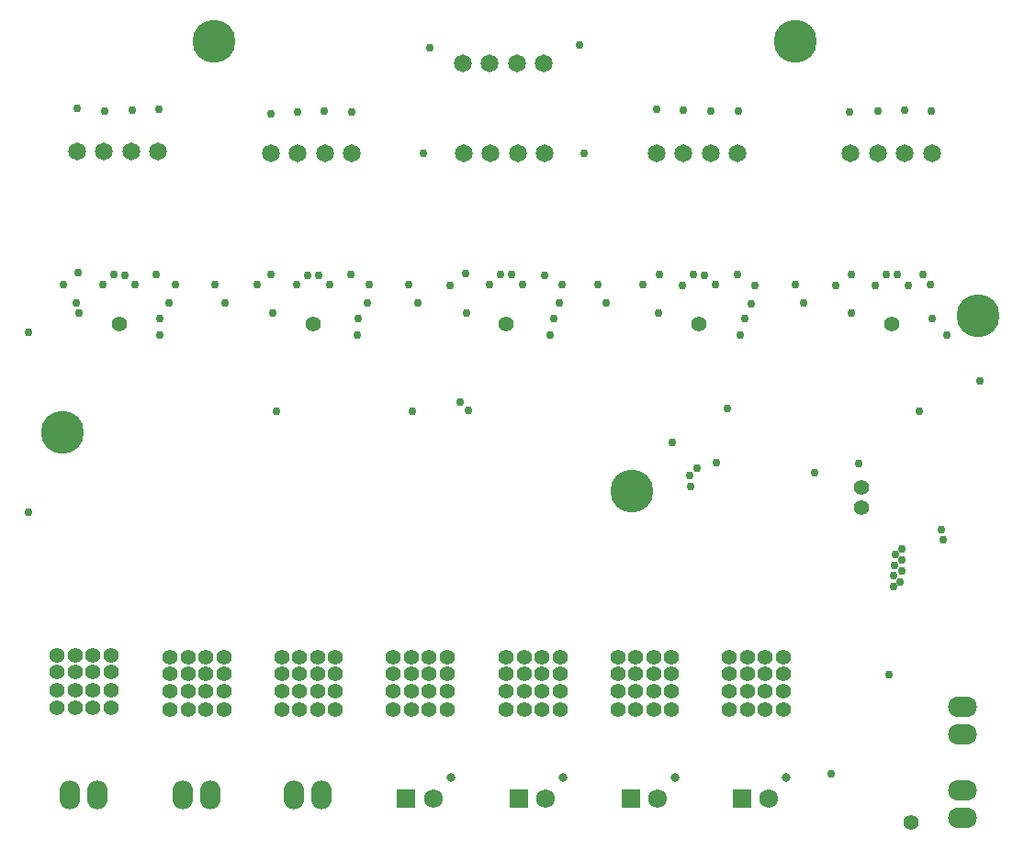
<source format=gbs>
G04*
G04 #@! TF.GenerationSoftware,Altium Limited,Altium Designer,23.3.1 (30)*
G04*
G04 Layer_Color=16711935*
%FSLAX25Y25*%
%MOIN*%
G70*
G04*
G04 #@! TF.SameCoordinates,A8F844DE-C0E2-4737-AB7E-767533C4F731*
G04*
G04*
G04 #@! TF.FilePolarity,Negative*
G04*
G01*
G75*
%ADD50C,0.06496*%
%ADD51O,0.07480X0.10433*%
%ADD52C,0.03150*%
%ADD53C,0.06791*%
%ADD54R,0.06791X0.06791*%
%ADD55O,0.10433X0.07480*%
%ADD56C,0.05591*%
%ADD57C,0.02953*%
%ADD58C,0.15591*%
D50*
X583028Y398000D02*
D03*
X573185D02*
D03*
X563343D02*
D03*
X553500D02*
D03*
X483000D02*
D03*
X492842D02*
D03*
X502685D02*
D03*
X512528D02*
D03*
X412657Y430500D02*
D03*
X422500D02*
D03*
X432342D02*
D03*
X442185D02*
D03*
X413000Y398000D02*
D03*
X422843D02*
D03*
X432685D02*
D03*
X442528D02*
D03*
X343000D02*
D03*
X352842D02*
D03*
X362685D02*
D03*
X372528D02*
D03*
X272657Y398500D02*
D03*
X282500D02*
D03*
X292342D02*
D03*
X302185D02*
D03*
D51*
X321000Y165000D02*
D03*
X311000D02*
D03*
X270000D02*
D03*
X280000D02*
D03*
X351500D02*
D03*
X361500D02*
D03*
D52*
X489799Y171374D02*
D03*
X449142D02*
D03*
X408299D02*
D03*
X530142D02*
D03*
D53*
X483500Y163500D02*
D03*
X442842D02*
D03*
X402000D02*
D03*
X523842D02*
D03*
D54*
X473658D02*
D03*
X433000D02*
D03*
X392158D02*
D03*
X514000D02*
D03*
D55*
X594000Y187000D02*
D03*
Y197000D02*
D03*
Y156500D02*
D03*
Y166500D02*
D03*
D56*
X557600Y276500D02*
D03*
Y269300D02*
D03*
X575500Y155100D02*
D03*
X288000Y336000D02*
D03*
X358449Y336063D02*
D03*
X428449Y336032D02*
D03*
X498500Y336000D02*
D03*
X568500D02*
D03*
X285000Y196500D02*
D03*
X278500D02*
D03*
X272000D02*
D03*
X285000Y203000D02*
D03*
X278500D02*
D03*
X272000D02*
D03*
X285000Y209500D02*
D03*
X278500D02*
D03*
X272000D02*
D03*
X265500Y196500D02*
D03*
Y203000D02*
D03*
Y209500D02*
D03*
X285000Y215500D02*
D03*
X278500D02*
D03*
X272000D02*
D03*
X265500D02*
D03*
X326000Y196000D02*
D03*
X319500D02*
D03*
X313000D02*
D03*
X326000Y202500D02*
D03*
X319500D02*
D03*
X313000D02*
D03*
X326000Y209000D02*
D03*
X319500D02*
D03*
X313000D02*
D03*
X306500Y196000D02*
D03*
Y202500D02*
D03*
Y209000D02*
D03*
X326000Y215000D02*
D03*
X319500D02*
D03*
X313000D02*
D03*
X306500D02*
D03*
X366500Y196000D02*
D03*
X360000D02*
D03*
X353500D02*
D03*
X366500Y202500D02*
D03*
X360000D02*
D03*
X353500D02*
D03*
X366500Y209000D02*
D03*
X360000D02*
D03*
X353500D02*
D03*
X347000Y196000D02*
D03*
Y202500D02*
D03*
Y209000D02*
D03*
X366500Y215000D02*
D03*
X360000D02*
D03*
X353500D02*
D03*
X347000D02*
D03*
X407000Y196000D02*
D03*
X400500D02*
D03*
X394000D02*
D03*
X407000Y202500D02*
D03*
X400500D02*
D03*
X394000D02*
D03*
X407000Y209000D02*
D03*
X400500D02*
D03*
X394000D02*
D03*
X387500Y196000D02*
D03*
Y202500D02*
D03*
Y209000D02*
D03*
X407000Y215000D02*
D03*
X400500D02*
D03*
X394000D02*
D03*
X387500D02*
D03*
X448000Y196000D02*
D03*
X441500D02*
D03*
X435000D02*
D03*
X448000Y202500D02*
D03*
X441500D02*
D03*
X435000D02*
D03*
X448000Y209000D02*
D03*
X441500D02*
D03*
X435000D02*
D03*
X428500Y196000D02*
D03*
Y202500D02*
D03*
Y209000D02*
D03*
X448000Y215000D02*
D03*
X441500D02*
D03*
X435000D02*
D03*
X428500D02*
D03*
X509500D02*
D03*
X516000D02*
D03*
X522500D02*
D03*
X529000D02*
D03*
Y209000D02*
D03*
X522500D02*
D03*
X516000D02*
D03*
X509500D02*
D03*
Y202500D02*
D03*
X516000D02*
D03*
X522500D02*
D03*
X529000D02*
D03*
Y196000D02*
D03*
X522500D02*
D03*
X516000D02*
D03*
X509500D02*
D03*
X469000Y215000D02*
D03*
X475500D02*
D03*
X482000D02*
D03*
X488500D02*
D03*
X469000Y209000D02*
D03*
Y202500D02*
D03*
Y196000D02*
D03*
X475500Y209000D02*
D03*
X482000D02*
D03*
X488500D02*
D03*
X475500Y202500D02*
D03*
X482000D02*
D03*
X488500D02*
D03*
X475500Y196000D02*
D03*
X482000D02*
D03*
X488500D02*
D03*
D57*
X536500Y343500D02*
D03*
X515200Y337900D02*
D03*
X396400Y343500D02*
D03*
X374800Y337800D02*
D03*
X582900Y413400D02*
D03*
X582600Y350200D02*
D03*
X579826Y354081D02*
D03*
X573122Y413590D02*
D03*
X570500Y354000D02*
D03*
X563400Y413300D02*
D03*
X566500Y354000D02*
D03*
X553000Y413000D02*
D03*
X553900Y353900D02*
D03*
X512700Y413400D02*
D03*
X512500Y353900D02*
D03*
X502663Y413433D02*
D03*
X500400Y353700D02*
D03*
X492900Y413500D02*
D03*
X496500Y353800D02*
D03*
X482939Y413795D02*
D03*
X484092Y353960D02*
D03*
X456753Y397906D02*
D03*
X442600Y353631D02*
D03*
X455251Y437139D02*
D03*
X430500Y353900D02*
D03*
X400800Y436400D02*
D03*
X426600Y354000D02*
D03*
X398600Y398100D02*
D03*
X413800Y354300D02*
D03*
X414000Y339968D02*
D03*
X372500Y412900D02*
D03*
X372156Y353941D02*
D03*
X362600Y413300D02*
D03*
X360400Y353700D02*
D03*
X352900Y412900D02*
D03*
X356500Y353700D02*
D03*
X422581Y350200D02*
D03*
X343200Y353800D02*
D03*
X343000Y412400D02*
D03*
X302321Y414057D02*
D03*
X292700Y413700D02*
D03*
X282800Y413300D02*
D03*
X301500Y353900D02*
D03*
X290000Y353700D02*
D03*
X286000Y353800D02*
D03*
X272800Y414300D02*
D03*
X273200Y354600D02*
D03*
X272600Y343500D02*
D03*
X273561Y339937D02*
D03*
X574400Y350000D02*
D03*
X562600Y350100D02*
D03*
X548200Y350000D02*
D03*
X533400Y350200D02*
D03*
X518810Y350070D02*
D03*
X504400Y350200D02*
D03*
X492600Y350100D02*
D03*
X478200Y350200D02*
D03*
X461800D02*
D03*
X448900D02*
D03*
X434400D02*
D03*
X408100Y350100D02*
D03*
X393200Y350300D02*
D03*
X378842Y350206D02*
D03*
X364400Y350300D02*
D03*
X352500Y350200D02*
D03*
X338100D02*
D03*
X322800D02*
D03*
X308300D02*
D03*
X293900D02*
D03*
X282100D02*
D03*
X267700D02*
D03*
X255100Y333000D02*
D03*
X255200Y267600D02*
D03*
X306200Y343500D02*
D03*
X302900Y337900D02*
D03*
X326600Y343500D02*
D03*
X378200D02*
D03*
X447800D02*
D03*
X445800Y338000D02*
D03*
X464900Y343500D02*
D03*
X517500Y343400D02*
D03*
X600400Y315400D02*
D03*
X556600Y285400D02*
D03*
X343800Y339900D02*
D03*
X483880Y339880D02*
D03*
X553911Y339895D02*
D03*
X588431Y332026D02*
D03*
X586954Y257740D02*
D03*
X586500Y261300D02*
D03*
X583000Y337900D02*
D03*
X578400Y304200D02*
D03*
X540500Y281900D02*
D03*
X572200Y254200D02*
D03*
X569700Y252256D02*
D03*
X513300Y332100D02*
D03*
X504800Y285600D02*
D03*
X508900Y305200D02*
D03*
X302800Y332026D02*
D03*
X374600Y332089D02*
D03*
X411823Y307623D02*
D03*
X414873Y304573D02*
D03*
X444400Y332057D02*
D03*
X569600Y248393D02*
D03*
X572100Y250300D02*
D03*
X497700Y283600D02*
D03*
X488900Y293100D02*
D03*
X495000Y281000D02*
D03*
X495396Y277096D02*
D03*
X394600Y304200D02*
D03*
X345200Y304300D02*
D03*
X572069Y246305D02*
D03*
X571500Y242443D02*
D03*
X569000Y240669D02*
D03*
Y244531D02*
D03*
X567600Y208600D02*
D03*
X546400Y172500D02*
D03*
D58*
X599800Y338800D02*
D03*
X474000Y275200D02*
D03*
X267500Y296500D02*
D03*
X533500Y438500D02*
D03*
X322500D02*
D03*
M02*

</source>
